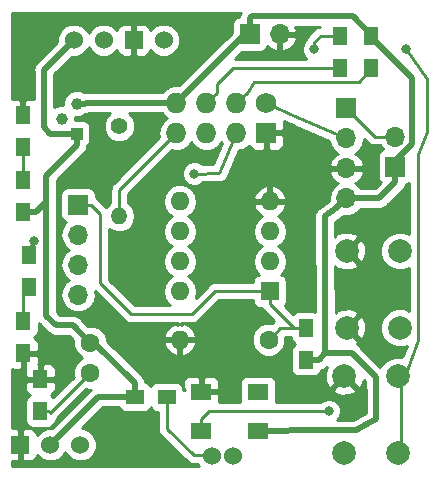
<source format=gbr>
G04 #@! TF.GenerationSoftware,KiCad,Pcbnew,5.0.0-fee4fd1~66~ubuntu16.04.1*
G04 #@! TF.CreationDate,2018-08-17T12:07:40+02:00*
G04 #@! TF.ProjectId,Garden_Guardian,47617264656E5F477561726469616E2E,rev?*
G04 #@! TF.SameCoordinates,Original*
G04 #@! TF.FileFunction,Copper,L1,Top,Signal*
G04 #@! TF.FilePolarity,Positive*
%FSLAX46Y46*%
G04 Gerber Fmt 4.6, Leading zero omitted, Abs format (unit mm)*
G04 Created by KiCad (PCBNEW 5.0.0-fee4fd1~66~ubuntu16.04.1) date Fri Aug 17 12:07:40 2018*
%MOMM*%
%LPD*%
G01*
G04 APERTURE LIST*
G04 #@! TA.AperFunction,ComponentPad*
%ADD10C,1.524000*%
G04 #@! TD*
G04 #@! TA.AperFunction,ComponentPad*
%ADD11R,1.524000X1.524000*%
G04 #@! TD*
G04 #@! TA.AperFunction,ComponentPad*
%ADD12O,1.600000X1.600000*%
G04 #@! TD*
G04 #@! TA.AperFunction,ComponentPad*
%ADD13C,1.600000*%
G04 #@! TD*
G04 #@! TA.AperFunction,ComponentPad*
%ADD14O,1.700000X1.700000*%
G04 #@! TD*
G04 #@! TA.AperFunction,ComponentPad*
%ADD15R,1.700000X1.700000*%
G04 #@! TD*
G04 #@! TA.AperFunction,ComponentPad*
%ADD16R,1.000000X1.000000*%
G04 #@! TD*
G04 #@! TA.AperFunction,ComponentPad*
%ADD17C,1.000000*%
G04 #@! TD*
G04 #@! TA.AperFunction,ComponentPad*
%ADD18C,2.000000*%
G04 #@! TD*
G04 #@! TA.AperFunction,ComponentPad*
%ADD19C,1.727200*%
G04 #@! TD*
G04 #@! TA.AperFunction,ComponentPad*
%ADD20R,1.727200X1.727200*%
G04 #@! TD*
G04 #@! TA.AperFunction,ComponentPad*
%ADD21O,1.727200X1.727200*%
G04 #@! TD*
G04 #@! TA.AperFunction,ComponentPad*
%ADD22R,1.600000X1.600000*%
G04 #@! TD*
G04 #@! TA.AperFunction,SMDPad,CuDef*
%ADD23R,1.800000X1.400000*%
G04 #@! TD*
G04 #@! TA.AperFunction,ComponentPad*
%ADD24C,1.400000*%
G04 #@! TD*
G04 #@! TA.AperFunction,ComponentPad*
%ADD25O,1.400000X1.400000*%
G04 #@! TD*
G04 #@! TA.AperFunction,SMDPad,CuDef*
%ADD26R,1.300000X1.500000*%
G04 #@! TD*
G04 #@! TA.AperFunction,SMDPad,CuDef*
%ADD27R,1.500000X1.300000*%
G04 #@! TD*
G04 #@! TA.AperFunction,ViaPad*
%ADD28C,0.800000*%
G04 #@! TD*
G04 #@! TA.AperFunction,Conductor*
%ADD29C,0.250000*%
G04 #@! TD*
G04 #@! TA.AperFunction,Conductor*
%ADD30C,0.500000*%
G04 #@! TD*
G04 #@! TA.AperFunction,Conductor*
%ADD31C,0.254000*%
G04 #@! TD*
G04 APERTURE END LIST*
D10*
G04 #@! TO.P,U103,1*
G04 #@! TO.N,/PWR_ON*
X150320000Y-75696000D03*
G04 #@! TO.P,U103,2*
G04 #@! TO.N,/SDA*
X152860000Y-75696000D03*
D11*
G04 #@! TO.P,U103,3*
G04 #@! TO.N,GND*
X155400000Y-75696000D03*
D10*
G04 #@! TO.P,U103,4*
G04 #@! TO.N,/SCL*
X157940000Y-75696000D03*
G04 #@! TD*
G04 #@! TO.P,U104,1*
G04 #@! TO.N,/RADIO*
X150882000Y-109975000D03*
G04 #@! TO.P,U104,2*
G04 #@! TO.N,/PWR_ON*
X148342000Y-109975000D03*
D11*
G04 #@! TO.P,U104,3*
G04 #@! TO.N,GND*
X145802000Y-109975000D03*
G04 #@! TD*
D12*
G04 #@! TO.P,C101,2*
G04 #@! TO.N,GND*
X159310000Y-101070000D03*
D13*
G04 #@! TO.P,C101,1*
G04 #@! TO.N,/RST*
X166810000Y-101070000D03*
G04 #@! TD*
D14*
G04 #@! TO.P,J101,2*
G04 #@! TO.N,GND*
X167750000Y-75210000D03*
D15*
G04 #@! TO.P,J101,1*
G04 #@! TO.N,VCC*
X165210000Y-75210000D03*
G04 #@! TD*
G04 #@! TO.P,J102,1*
G04 #@! TO.N,/ACTIVADOR*
X173410000Y-81480000D03*
D14*
G04 #@! TO.P,J102,2*
G04 #@! TO.N,/STATUS_LED*
X173410000Y-84020000D03*
G04 #@! TO.P,J102,3*
G04 #@! TO.N,GND*
X173410000Y-86560000D03*
G04 #@! TO.P,J102,4*
G04 #@! TO.N,VCC*
X173410000Y-89100000D03*
G04 #@! TD*
G04 #@! TO.P,J103,4*
G04 #@! TO.N,/SCL*
X150680000Y-97250000D03*
G04 #@! TO.P,J103,3*
G04 #@! TO.N,/RADIO*
X150680000Y-94710000D03*
G04 #@! TO.P,J103,2*
G04 #@! TO.N,/SDA*
X150680000Y-92170000D03*
D15*
G04 #@! TO.P,J103,1*
G04 #@! TO.N,/RST*
X150680000Y-89630000D03*
G04 #@! TD*
D14*
G04 #@! TO.P,JP101,2*
G04 #@! TO.N,/ACTIVADOR*
X177540000Y-83860000D03*
D15*
G04 #@! TO.P,JP101,1*
G04 #@! TO.N,VCC*
X177540000Y-86400000D03*
G04 #@! TD*
D16*
G04 #@! TO.P,Q101,1*
G04 #@! TO.N,/PWR_ON*
X150580000Y-83610000D03*
D17*
G04 #@! TO.P,Q101,3*
G04 #@! TO.N,VCC*
X150580000Y-81070000D03*
G04 #@! TO.P,Q101,2*
G04 #@! TO.N,Net-(Q101-Pad2)*
X149310000Y-82340000D03*
G04 #@! TD*
D18*
G04 #@! TO.P,SW101,1*
G04 #@! TO.N,GND*
X173230000Y-104160000D03*
G04 #@! TO.P,SW101,2*
G04 #@! TO.N,Net-(R101-Pad2)*
X177730000Y-104160000D03*
G04 #@! TO.P,SW101,1*
G04 #@! TO.N,GND*
X173230000Y-110660000D03*
G04 #@! TO.P,SW101,2*
G04 #@! TO.N,Net-(R101-Pad2)*
X177730000Y-110660000D03*
G04 #@! TD*
G04 #@! TO.P,SW102,2*
G04 #@! TO.N,/SCL*
X177920000Y-100050000D03*
G04 #@! TO.P,SW102,1*
G04 #@! TO.N,GND*
X173420000Y-100050000D03*
G04 #@! TO.P,SW102,2*
G04 #@! TO.N,/SCL*
X177920000Y-93550000D03*
G04 #@! TO.P,SW102,1*
G04 #@! TO.N,GND*
X173420000Y-93550000D03*
G04 #@! TD*
D19*
G04 #@! TO.P,U101,5*
G04 #@! TO.N,/STATUS_LED*
X166630000Y-81010000D03*
D20*
G04 #@! TO.P,U101,1*
G04 #@! TO.N,GND*
X166630000Y-83550000D03*
D21*
G04 #@! TO.P,U101,6*
G04 #@! TO.N,Net-(R104-Pad1)*
X164090000Y-81010000D03*
G04 #@! TO.P,U101,2*
G04 #@! TO.N,/SDA*
X164090000Y-83550000D03*
G04 #@! TO.P,U101,7*
G04 #@! TO.N,Net-(R101-Pad1)*
X161550000Y-81010000D03*
G04 #@! TO.P,U101,3*
G04 #@! TO.N,/SCL*
X161550000Y-83550000D03*
G04 #@! TO.P,U101,8*
G04 #@! TO.N,VCC*
X159010000Y-81010000D03*
G04 #@! TO.P,U101,4*
G04 #@! TO.N,/ACTIVADOR*
X159010000Y-83550000D03*
G04 #@! TD*
D12*
G04 #@! TO.P,U102,8*
G04 #@! TO.N,/PWR_ON*
X159300000Y-96970000D03*
G04 #@! TO.P,U102,4*
G04 #@! TO.N,GND*
X166920000Y-89350000D03*
G04 #@! TO.P,U102,7*
G04 #@! TO.N,/SCL*
X159300000Y-94430000D03*
G04 #@! TO.P,U102,3*
G04 #@! TO.N,/LDR*
X166920000Y-91890000D03*
G04 #@! TO.P,U102,6*
G04 #@! TO.N,/RADIO*
X159300000Y-91890000D03*
G04 #@! TO.P,U102,2*
G04 #@! TO.N,/HUMEDAD*
X166920000Y-94430000D03*
G04 #@! TO.P,U102,5*
G04 #@! TO.N,/SDA*
X159300000Y-89350000D03*
D22*
G04 #@! TO.P,U102,1*
G04 #@! TO.N,/RST*
X166920000Y-96970000D03*
G04 #@! TD*
D23*
G04 #@! TO.P,U105,1*
G04 #@! TO.N,VCC*
X165920000Y-108760000D03*
G04 #@! TO.P,U105,2*
G04 #@! TO.N,N/C*
X165920000Y-105460000D03*
G04 #@! TO.P,U105,3*
G04 #@! TO.N,GND*
X161120000Y-105460000D03*
G04 #@! TO.P,U105,4*
G04 #@! TO.N,/STATUS_LED*
X161120000Y-108760000D03*
G04 #@! TD*
D24*
G04 #@! TO.P,R109,1*
G04 #@! TO.N,Net-(Q101-Pad2)*
X154180000Y-83000000D03*
D25*
G04 #@! TO.P,R109,2*
G04 #@! TO.N,/ACTIVADOR*
X154180000Y-90620000D03*
G04 #@! TD*
D26*
G04 #@! TO.P,D101,2*
G04 #@! TO.N,Net-(D101-Pad2)*
X146050000Y-99510000D03*
G04 #@! TO.P,D101,1*
G04 #@! TO.N,GND*
X146050000Y-102210000D03*
G04 #@! TD*
G04 #@! TO.P,D102,1*
G04 #@! TO.N,Net-(D102-Pad1)*
X146010000Y-87520000D03*
G04 #@! TO.P,D102,2*
G04 #@! TO.N,/PWR_ON*
X146010000Y-90220000D03*
G04 #@! TD*
G04 #@! TO.P,R101,2*
G04 #@! TO.N,Net-(R101-Pad2)*
X172880000Y-75330000D03*
G04 #@! TO.P,R101,1*
G04 #@! TO.N,Net-(R101-Pad1)*
X172880000Y-78030000D03*
G04 #@! TD*
D13*
G04 #@! TO.P,R102,2*
G04 #@! TO.N,/LDR*
X151730000Y-103850000D03*
G04 #@! TO.P,R102,1*
G04 #@! TO.N,/PWR_ON*
X151730000Y-101310000D03*
G04 #@! TD*
D26*
G04 #@! TO.P,R103,2*
G04 #@! TO.N,/LDR*
X147490000Y-107110000D03*
G04 #@! TO.P,R103,1*
G04 #@! TO.N,GND*
X147490000Y-104410000D03*
G04 #@! TD*
G04 #@! TO.P,R104,1*
G04 #@! TO.N,Net-(R104-Pad1)*
X175510000Y-78070000D03*
G04 #@! TO.P,R104,2*
G04 #@! TO.N,VCC*
X175510000Y-75370000D03*
G04 #@! TD*
G04 #@! TO.P,R105,1*
G04 #@! TO.N,Net-(D101-Pad2)*
X146570000Y-96620000D03*
G04 #@! TO.P,R105,2*
G04 #@! TO.N,/ACTIVADOR*
X146570000Y-93920000D03*
G04 #@! TD*
G04 #@! TO.P,R106,2*
G04 #@! TO.N,GND*
X145990000Y-82050000D03*
G04 #@! TO.P,R106,1*
G04 #@! TO.N,Net-(D102-Pad1)*
X145990000Y-84750000D03*
G04 #@! TD*
G04 #@! TO.P,R107,2*
G04 #@! TO.N,/RST*
X169970000Y-100070000D03*
G04 #@! TO.P,R107,1*
G04 #@! TO.N,VCC*
X169970000Y-102770000D03*
G04 #@! TD*
D27*
G04 #@! TO.P,R108,1*
G04 #@! TO.N,Net-(R108-Pad1)*
X158190000Y-105910000D03*
G04 #@! TO.P,R108,2*
G04 #@! TO.N,/PWR_ON*
X155490000Y-105910000D03*
G04 #@! TD*
D10*
G04 #@! TO.P,U106,1*
G04 #@! TO.N,/HUMEDAD*
X163799000Y-110908000D03*
G04 #@! TO.P,U106,2*
G04 #@! TO.N,Net-(R108-Pad1)*
X162021000Y-110908000D03*
G04 #@! TD*
D28*
G04 #@! TO.N,/ACTIVADOR*
X146940000Y-92710000D03*
G04 #@! TO.N,/STATUS_LED*
X171930000Y-107090000D03*
G04 #@! TO.N,/SDA*
X160530000Y-87000000D03*
G04 #@! TO.N,Net-(R101-Pad2)*
X170670000Y-76460000D03*
X178460000Y-76480000D03*
G04 #@! TD*
D29*
G04 #@! TO.N,/RST*
X167810000Y-100070000D02*
X169970000Y-100070000D01*
X166810000Y-101070000D02*
X167810000Y-100070000D01*
X168970000Y-100070000D02*
X169070000Y-100070000D01*
X169070000Y-100070000D02*
X169970000Y-100070000D01*
X166920000Y-98020000D02*
X168970000Y-100070000D01*
X166920000Y-96970000D02*
X166920000Y-98020000D01*
X166920000Y-96970000D02*
X162260000Y-96970000D01*
X162260000Y-96970000D02*
X160320000Y-98910000D01*
X160320000Y-98910000D02*
X155190000Y-98910000D01*
X155190000Y-98910000D02*
X152570000Y-96290000D01*
X151780000Y-89630000D02*
X150680000Y-89630000D01*
X152570000Y-90420000D02*
X151780000Y-89630000D01*
X152570000Y-96290000D02*
X152570000Y-90420000D01*
G04 #@! TO.N,Net-(D101-Pad2)*
X146050000Y-96540000D02*
X146030000Y-96520000D01*
X146050000Y-99510000D02*
X146050000Y-96540000D01*
D30*
G04 #@! TO.N,/PWR_ON*
X150580000Y-84610000D02*
X148010000Y-87180000D01*
X150580000Y-83610000D02*
X150580000Y-84610000D01*
X148010000Y-99080000D02*
X148780000Y-99850000D01*
X148010000Y-89370000D02*
X148010000Y-89260000D01*
X147160000Y-90220000D02*
X148010000Y-89370000D01*
X148010000Y-87180000D02*
X148010000Y-89260000D01*
X146010000Y-90220000D02*
X147160000Y-90220000D01*
X148010000Y-89260000D02*
X148010000Y-99080000D01*
X150580000Y-83610000D02*
X148320000Y-83610000D01*
X148320000Y-83610000D02*
X147800000Y-83090000D01*
X147800000Y-78216000D02*
X150320000Y-75696000D01*
X147800000Y-83090000D02*
X147800000Y-78216000D01*
D29*
X159080000Y-97250000D02*
X159140000Y-97310000D01*
D30*
X150270000Y-99850000D02*
X151730000Y-101310000D01*
X148780000Y-99850000D02*
X150270000Y-99850000D01*
X152040000Y-101310000D02*
X151730000Y-101310000D01*
X155490000Y-104760000D02*
X152040000Y-101310000D01*
X155490000Y-105910000D02*
X155490000Y-104760000D01*
X152407000Y-105910000D02*
X155490000Y-105910000D01*
X148342000Y-109975000D02*
X152407000Y-105910000D01*
G04 #@! TO.N,VCC*
X176190000Y-89100000D02*
X177540000Y-87750000D01*
X173410000Y-89100000D02*
X176190000Y-89100000D01*
X164810000Y-75210000D02*
X165210000Y-75210000D01*
X159010000Y-81010000D02*
X164810000Y-75210000D01*
X155634000Y-81010000D02*
X159010000Y-81010000D01*
X151287106Y-81070000D02*
X151347106Y-81010000D01*
X151347106Y-81010000D02*
X155634000Y-81010000D01*
X150580000Y-81070000D02*
X151287106Y-81070000D01*
X175470000Y-75330000D02*
X175510000Y-75370000D01*
X165210000Y-75210000D02*
X165210000Y-74990000D01*
X177540000Y-86400000D02*
X177540000Y-87750000D01*
X172560001Y-89949999D02*
X173410000Y-89100000D01*
X169970000Y-102770000D02*
X171120000Y-102770000D01*
X171120000Y-102770000D02*
X171620000Y-102230000D01*
X171620000Y-102230000D02*
X171580000Y-90620000D01*
X171580000Y-90620000D02*
X172560001Y-89949999D01*
X175510000Y-75270000D02*
X173920000Y-73680000D01*
X175510000Y-75370000D02*
X175510000Y-75270000D01*
X165210000Y-73860000D02*
X165210000Y-75210000D01*
X165390000Y-73680000D02*
X165210000Y-73860000D01*
X173920000Y-73680000D02*
X165390000Y-73680000D01*
X177540000Y-86400000D02*
X177540000Y-85955373D01*
X177540000Y-85955373D02*
X178965403Y-84529970D01*
X175510000Y-75470000D02*
X175510000Y-75370000D01*
X178965403Y-78925403D02*
X175510000Y-75470000D01*
X178965403Y-84529970D02*
X178965403Y-78925403D01*
X173890000Y-102230000D02*
X171620000Y-102230000D01*
X175880000Y-104220000D02*
X173890000Y-102230000D01*
X175880000Y-105085998D02*
X175880000Y-104220000D01*
X175910000Y-105115998D02*
X175880000Y-105085998D01*
X165920000Y-108760000D02*
X166120000Y-108760000D01*
X166120000Y-108760000D02*
X170880000Y-108750000D01*
X170880000Y-108750000D02*
X174190000Y-108750000D01*
X175930000Y-107780000D02*
X175910000Y-105115998D01*
X174190000Y-108750000D02*
X175930000Y-107780000D01*
D29*
G04 #@! TO.N,/ACTIVADOR*
X175790000Y-83860000D02*
X173410000Y-81480000D01*
X177540000Y-83860000D02*
X175790000Y-83860000D01*
X154180000Y-88380000D02*
X159010000Y-83550000D01*
X154180000Y-90620000D02*
X154180000Y-88380000D01*
X146620000Y-93230000D02*
X146180000Y-93450000D01*
X146180000Y-93450000D02*
X146030000Y-93820000D01*
X146940000Y-92710000D02*
X146620000Y-93230000D01*
G04 #@! TO.N,/STATUS_LED*
X169240000Y-82240000D02*
X173410000Y-84020000D01*
X166630000Y-81010000D02*
X169240000Y-82240000D01*
X161120000Y-107810000D02*
X161120000Y-108760000D01*
X170660000Y-107130000D02*
X161800000Y-107130000D01*
X161800000Y-107130000D02*
X161120000Y-107810000D01*
X171930000Y-107090000D02*
X170660000Y-107130000D01*
G04 #@! TO.N,/RADIO*
X150740000Y-94770000D02*
X150680000Y-94710000D01*
X159080000Y-92170000D02*
X159140000Y-92230000D01*
G04 #@! TO.N,/SDA*
X162630000Y-86970000D02*
X164090000Y-83550000D01*
X160530000Y-87000000D02*
X162630000Y-86970000D01*
G04 #@! TO.N,Net-(R101-Pad1)*
X162413599Y-80146401D02*
X162413599Y-79416401D01*
X161550000Y-81010000D02*
X162413599Y-80146401D01*
X163800000Y-78030000D02*
X172880000Y-78030000D01*
X162413599Y-79416401D02*
X163800000Y-78030000D01*
G04 #@! TO.N,/LDR*
X148330000Y-107250000D02*
X151730000Y-103850000D01*
X148190000Y-107110000D02*
X148330000Y-107250000D01*
X147490000Y-107110000D02*
X148190000Y-107110000D01*
G04 #@! TO.N,Net-(R104-Pad1)*
X175510000Y-78170000D02*
X175510000Y-78070000D01*
X164090000Y-81010000D02*
X164953599Y-80146401D01*
X164953599Y-80146401D02*
X165570000Y-79230000D01*
X165570000Y-79230000D02*
X174443599Y-79236401D01*
X174443599Y-79236401D02*
X175510000Y-78170000D01*
G04 #@! TO.N,Net-(R108-Pad1)*
X160530000Y-110840000D02*
X162120000Y-110860000D01*
X158190000Y-108587000D02*
X160530000Y-110840000D01*
X158190000Y-105910000D02*
X158190000Y-108587000D01*
G04 #@! TO.N,Net-(D102-Pad1)*
X146010000Y-84770000D02*
X145990000Y-84750000D01*
X146010000Y-87520000D02*
X146010000Y-84770000D01*
G04 #@! TO.N,Net-(R101-Pad2)*
X178040000Y-111540000D02*
X178040000Y-105040000D01*
X171980000Y-75330000D02*
X172880000Y-75330000D01*
X171234315Y-75330000D02*
X171980000Y-75330000D01*
X170670000Y-75894315D02*
X171234315Y-75330000D01*
X170670000Y-76460000D02*
X170670000Y-75894315D01*
X179490000Y-101130000D02*
X178040000Y-105040000D01*
X178460000Y-76480000D02*
X180200000Y-78970000D01*
X180200000Y-78970000D02*
X180200000Y-83490000D01*
X180200000Y-83490000D02*
X179490000Y-85320000D01*
X179490000Y-85320000D02*
X179490000Y-101130000D01*
G04 #@! TD*
D31*
G04 #@! TO.N,GND*
G36*
X147371952Y-99718049D02*
X147445845Y-99767423D01*
X148092577Y-100414156D01*
X148141951Y-100488049D01*
X148215844Y-100537423D01*
X148215845Y-100537424D01*
X148287838Y-100585528D01*
X148434690Y-100683652D01*
X148692835Y-100735000D01*
X148692839Y-100735000D01*
X148779999Y-100752337D01*
X148867159Y-100735000D01*
X149903422Y-100735000D01*
X150295000Y-101126578D01*
X150295000Y-101595439D01*
X150513466Y-102122862D01*
X150917138Y-102526534D01*
X151046216Y-102580000D01*
X150917138Y-102633466D01*
X150513466Y-103037138D01*
X150295000Y-103564561D01*
X150295000Y-104135439D01*
X150316896Y-104188302D01*
X148599891Y-105905307D01*
X148597809Y-105902191D01*
X148387765Y-105761843D01*
X148359791Y-105756279D01*
X148499699Y-105698327D01*
X148678327Y-105519698D01*
X148775000Y-105286309D01*
X148775000Y-104695750D01*
X148616250Y-104537000D01*
X147617000Y-104537000D01*
X147617000Y-104557000D01*
X147363000Y-104557000D01*
X147363000Y-104537000D01*
X146363750Y-104537000D01*
X146205000Y-104695750D01*
X146205000Y-105286309D01*
X146301673Y-105519698D01*
X146480301Y-105698327D01*
X146620209Y-105756279D01*
X146592235Y-105761843D01*
X146382191Y-105902191D01*
X146241843Y-106112235D01*
X146192560Y-106360000D01*
X146192560Y-107860000D01*
X146241843Y-108107765D01*
X146382191Y-108317809D01*
X146592235Y-108458157D01*
X146840000Y-108507440D01*
X148140000Y-108507440D01*
X148387765Y-108458157D01*
X148597809Y-108317809D01*
X148738157Y-108107765D01*
X148787440Y-107860000D01*
X148787440Y-107858392D01*
X148877929Y-107797929D01*
X148920330Y-107734471D01*
X151391698Y-105263104D01*
X151444561Y-105285000D01*
X151760232Y-105285000D01*
X151719577Y-105345844D01*
X148487422Y-108578000D01*
X148064119Y-108578000D01*
X147550663Y-108790680D01*
X147199000Y-109142343D01*
X147199000Y-109086690D01*
X147102327Y-108853301D01*
X146923698Y-108674673D01*
X146690309Y-108578000D01*
X146087750Y-108578000D01*
X145929000Y-108736750D01*
X145929000Y-109848000D01*
X145949000Y-109848000D01*
X145949000Y-110102000D01*
X145929000Y-110102000D01*
X145929000Y-111213250D01*
X146087750Y-111372000D01*
X146690309Y-111372000D01*
X146923698Y-111275327D01*
X147102327Y-111096699D01*
X147199000Y-110863310D01*
X147199000Y-110807657D01*
X147550663Y-111159320D01*
X148064119Y-111372000D01*
X148619881Y-111372000D01*
X149133337Y-111159320D01*
X149526320Y-110766337D01*
X149612000Y-110559487D01*
X149697680Y-110766337D01*
X150090663Y-111159320D01*
X150604119Y-111372000D01*
X151159881Y-111372000D01*
X151673337Y-111159320D01*
X152066320Y-110766337D01*
X152279000Y-110252881D01*
X152279000Y-109697119D01*
X152066320Y-109183663D01*
X151673337Y-108790680D01*
X151159881Y-108578000D01*
X150990578Y-108578000D01*
X152773579Y-106795000D01*
X154139304Y-106795000D01*
X154141843Y-106807765D01*
X154282191Y-107017809D01*
X154492235Y-107158157D01*
X154740000Y-107207440D01*
X156240000Y-107207440D01*
X156487765Y-107158157D01*
X156697809Y-107017809D01*
X156838157Y-106807765D01*
X156840000Y-106798500D01*
X156841843Y-106807765D01*
X156982191Y-107017809D01*
X157192235Y-107158157D01*
X157430000Y-107205451D01*
X157430001Y-108519408D01*
X157415251Y-108601675D01*
X157446010Y-108742334D01*
X157474097Y-108883537D01*
X157478245Y-108889746D01*
X157479841Y-108897042D01*
X157562092Y-109015230D01*
X157642072Y-109134929D01*
X157711565Y-109181363D01*
X159940226Y-111327164D01*
X159975223Y-111380994D01*
X160048095Y-111431022D01*
X160056794Y-111439398D01*
X160109735Y-111473340D01*
X160224483Y-111552117D01*
X160236624Y-111554691D01*
X160247074Y-111561391D01*
X160384079Y-111585955D01*
X160445595Y-111598998D01*
X160457672Y-111599150D01*
X160544675Y-111614749D01*
X160607396Y-111601033D01*
X160796949Y-111603418D01*
X160836680Y-111699337D01*
X160897855Y-111760512D01*
X145114482Y-111764814D01*
X145114185Y-111372000D01*
X145516250Y-111372000D01*
X145675000Y-111213250D01*
X145675000Y-110102000D01*
X145655000Y-110102000D01*
X145655000Y-109848000D01*
X145675000Y-109848000D01*
X145675000Y-108736750D01*
X145516250Y-108578000D01*
X145112075Y-108578000D01*
X145108260Y-103526476D01*
X145273690Y-103595000D01*
X145764250Y-103595000D01*
X145923000Y-103436250D01*
X145923000Y-102337000D01*
X146177000Y-102337000D01*
X146177000Y-103436250D01*
X146225339Y-103484589D01*
X146205000Y-103533691D01*
X146205000Y-104124250D01*
X146363750Y-104283000D01*
X147363000Y-104283000D01*
X147363000Y-103183750D01*
X147617000Y-103183750D01*
X147617000Y-104283000D01*
X148616250Y-104283000D01*
X148775000Y-104124250D01*
X148775000Y-103533691D01*
X148678327Y-103300302D01*
X148499699Y-103121673D01*
X148266310Y-103025000D01*
X147775750Y-103025000D01*
X147617000Y-103183750D01*
X147363000Y-103183750D01*
X147314661Y-103135411D01*
X147335000Y-103086309D01*
X147335000Y-102495750D01*
X147176250Y-102337000D01*
X146177000Y-102337000D01*
X145923000Y-102337000D01*
X145903000Y-102337000D01*
X145903000Y-102083000D01*
X145923000Y-102083000D01*
X145923000Y-102063000D01*
X146177000Y-102063000D01*
X146177000Y-102083000D01*
X147176250Y-102083000D01*
X147335000Y-101924250D01*
X147335000Y-101333691D01*
X147238327Y-101100302D01*
X147059699Y-100921673D01*
X146919791Y-100863721D01*
X146947765Y-100858157D01*
X147157809Y-100717809D01*
X147298157Y-100507765D01*
X147347440Y-100260000D01*
X147347440Y-99681364D01*
X147371952Y-99718049D01*
X147371952Y-99718049D01*
G37*
X147371952Y-99718049D02*
X147445845Y-99767423D01*
X148092577Y-100414156D01*
X148141951Y-100488049D01*
X148215844Y-100537423D01*
X148215845Y-100537424D01*
X148287838Y-100585528D01*
X148434690Y-100683652D01*
X148692835Y-100735000D01*
X148692839Y-100735000D01*
X148779999Y-100752337D01*
X148867159Y-100735000D01*
X149903422Y-100735000D01*
X150295000Y-101126578D01*
X150295000Y-101595439D01*
X150513466Y-102122862D01*
X150917138Y-102526534D01*
X151046216Y-102580000D01*
X150917138Y-102633466D01*
X150513466Y-103037138D01*
X150295000Y-103564561D01*
X150295000Y-104135439D01*
X150316896Y-104188302D01*
X148599891Y-105905307D01*
X148597809Y-105902191D01*
X148387765Y-105761843D01*
X148359791Y-105756279D01*
X148499699Y-105698327D01*
X148678327Y-105519698D01*
X148775000Y-105286309D01*
X148775000Y-104695750D01*
X148616250Y-104537000D01*
X147617000Y-104537000D01*
X147617000Y-104557000D01*
X147363000Y-104557000D01*
X147363000Y-104537000D01*
X146363750Y-104537000D01*
X146205000Y-104695750D01*
X146205000Y-105286309D01*
X146301673Y-105519698D01*
X146480301Y-105698327D01*
X146620209Y-105756279D01*
X146592235Y-105761843D01*
X146382191Y-105902191D01*
X146241843Y-106112235D01*
X146192560Y-106360000D01*
X146192560Y-107860000D01*
X146241843Y-108107765D01*
X146382191Y-108317809D01*
X146592235Y-108458157D01*
X146840000Y-108507440D01*
X148140000Y-108507440D01*
X148387765Y-108458157D01*
X148597809Y-108317809D01*
X148738157Y-108107765D01*
X148787440Y-107860000D01*
X148787440Y-107858392D01*
X148877929Y-107797929D01*
X148920330Y-107734471D01*
X151391698Y-105263104D01*
X151444561Y-105285000D01*
X151760232Y-105285000D01*
X151719577Y-105345844D01*
X148487422Y-108578000D01*
X148064119Y-108578000D01*
X147550663Y-108790680D01*
X147199000Y-109142343D01*
X147199000Y-109086690D01*
X147102327Y-108853301D01*
X146923698Y-108674673D01*
X146690309Y-108578000D01*
X146087750Y-108578000D01*
X145929000Y-108736750D01*
X145929000Y-109848000D01*
X145949000Y-109848000D01*
X145949000Y-110102000D01*
X145929000Y-110102000D01*
X145929000Y-111213250D01*
X146087750Y-111372000D01*
X146690309Y-111372000D01*
X146923698Y-111275327D01*
X147102327Y-111096699D01*
X147199000Y-110863310D01*
X147199000Y-110807657D01*
X147550663Y-111159320D01*
X148064119Y-111372000D01*
X148619881Y-111372000D01*
X149133337Y-111159320D01*
X149526320Y-110766337D01*
X149612000Y-110559487D01*
X149697680Y-110766337D01*
X150090663Y-111159320D01*
X150604119Y-111372000D01*
X151159881Y-111372000D01*
X151673337Y-111159320D01*
X152066320Y-110766337D01*
X152279000Y-110252881D01*
X152279000Y-109697119D01*
X152066320Y-109183663D01*
X151673337Y-108790680D01*
X151159881Y-108578000D01*
X150990578Y-108578000D01*
X152773579Y-106795000D01*
X154139304Y-106795000D01*
X154141843Y-106807765D01*
X154282191Y-107017809D01*
X154492235Y-107158157D01*
X154740000Y-107207440D01*
X156240000Y-107207440D01*
X156487765Y-107158157D01*
X156697809Y-107017809D01*
X156838157Y-106807765D01*
X156840000Y-106798500D01*
X156841843Y-106807765D01*
X156982191Y-107017809D01*
X157192235Y-107158157D01*
X157430000Y-107205451D01*
X157430001Y-108519408D01*
X157415251Y-108601675D01*
X157446010Y-108742334D01*
X157474097Y-108883537D01*
X157478245Y-108889746D01*
X157479841Y-108897042D01*
X157562092Y-109015230D01*
X157642072Y-109134929D01*
X157711565Y-109181363D01*
X159940226Y-111327164D01*
X159975223Y-111380994D01*
X160048095Y-111431022D01*
X160056794Y-111439398D01*
X160109735Y-111473340D01*
X160224483Y-111552117D01*
X160236624Y-111554691D01*
X160247074Y-111561391D01*
X160384079Y-111585955D01*
X160445595Y-111598998D01*
X160457672Y-111599150D01*
X160544675Y-111614749D01*
X160607396Y-111601033D01*
X160796949Y-111603418D01*
X160836680Y-111699337D01*
X160897855Y-111760512D01*
X145114482Y-111764814D01*
X145114185Y-111372000D01*
X145516250Y-111372000D01*
X145675000Y-111213250D01*
X145675000Y-110102000D01*
X145655000Y-110102000D01*
X145655000Y-109848000D01*
X145675000Y-109848000D01*
X145675000Y-108736750D01*
X145516250Y-108578000D01*
X145112075Y-108578000D01*
X145108260Y-103526476D01*
X145273690Y-103595000D01*
X145764250Y-103595000D01*
X145923000Y-103436250D01*
X145923000Y-102337000D01*
X146177000Y-102337000D01*
X146177000Y-103436250D01*
X146225339Y-103484589D01*
X146205000Y-103533691D01*
X146205000Y-104124250D01*
X146363750Y-104283000D01*
X147363000Y-104283000D01*
X147363000Y-103183750D01*
X147617000Y-103183750D01*
X147617000Y-104283000D01*
X148616250Y-104283000D01*
X148775000Y-104124250D01*
X148775000Y-103533691D01*
X148678327Y-103300302D01*
X148499699Y-103121673D01*
X148266310Y-103025000D01*
X147775750Y-103025000D01*
X147617000Y-103183750D01*
X147363000Y-103183750D01*
X147314661Y-103135411D01*
X147335000Y-103086309D01*
X147335000Y-102495750D01*
X147176250Y-102337000D01*
X146177000Y-102337000D01*
X145923000Y-102337000D01*
X145903000Y-102337000D01*
X145903000Y-102083000D01*
X145923000Y-102083000D01*
X145923000Y-102063000D01*
X146177000Y-102063000D01*
X146177000Y-102083000D01*
X147176250Y-102083000D01*
X147335000Y-101924250D01*
X147335000Y-101333691D01*
X147238327Y-101100302D01*
X147059699Y-100921673D01*
X146919791Y-100863721D01*
X146947765Y-100858157D01*
X147157809Y-100717809D01*
X147298157Y-100507765D01*
X147347440Y-100260000D01*
X147347440Y-99681364D01*
X147371952Y-99718049D01*
G36*
X173423748Y-110645858D02*
X173409605Y-110660000D01*
X173423748Y-110674143D01*
X173244143Y-110853748D01*
X173230000Y-110839605D01*
X173215858Y-110853748D01*
X173036253Y-110674143D01*
X173050395Y-110660000D01*
X173036253Y-110645858D01*
X173215858Y-110466253D01*
X173230000Y-110480395D01*
X173244143Y-110466253D01*
X173423748Y-110645858D01*
X173423748Y-110645858D01*
G37*
X173423748Y-110645858D02*
X173409605Y-110660000D01*
X173423748Y-110674143D01*
X173244143Y-110853748D01*
X173230000Y-110839605D01*
X173215858Y-110853748D01*
X173036253Y-110674143D01*
X173050395Y-110660000D01*
X173036253Y-110645858D01*
X173215858Y-110466253D01*
X173230000Y-110480395D01*
X173244143Y-110466253D01*
X173423748Y-110645858D01*
G36*
X153048242Y-82243783D02*
X152845000Y-82734452D01*
X152845000Y-83265548D01*
X153048242Y-83756217D01*
X153423783Y-84131758D01*
X153914452Y-84335000D01*
X154445548Y-84335000D01*
X154936217Y-84131758D01*
X155311758Y-83756217D01*
X155515000Y-83265548D01*
X155515000Y-82734452D01*
X155311758Y-82243783D01*
X154962975Y-81895000D01*
X157798988Y-81895000D01*
X157929570Y-82090430D01*
X158213281Y-82280000D01*
X157929570Y-82469570D01*
X157598350Y-82965275D01*
X157482041Y-83550000D01*
X157557225Y-83927974D01*
X153695528Y-87789671D01*
X153632072Y-87832071D01*
X153589672Y-87895527D01*
X153589671Y-87895528D01*
X153466831Y-88079371D01*
X153464097Y-88083463D01*
X153441392Y-88197611D01*
X153405112Y-88380000D01*
X153420001Y-88454852D01*
X153420000Y-89522225D01*
X153217519Y-89657519D01*
X153087670Y-89851852D01*
X153054473Y-89829671D01*
X152370331Y-89145530D01*
X152327929Y-89082071D01*
X152177440Y-88981517D01*
X152177440Y-88780000D01*
X152128157Y-88532235D01*
X151987809Y-88322191D01*
X151777765Y-88181843D01*
X151530000Y-88132560D01*
X149830000Y-88132560D01*
X149582235Y-88181843D01*
X149372191Y-88322191D01*
X149231843Y-88532235D01*
X149182560Y-88780000D01*
X149182560Y-90480000D01*
X149231843Y-90727765D01*
X149372191Y-90937809D01*
X149582235Y-91078157D01*
X149627619Y-91087184D01*
X149609375Y-91099375D01*
X149281161Y-91590582D01*
X149165908Y-92170000D01*
X149281161Y-92749418D01*
X149609375Y-93240625D01*
X149907761Y-93440000D01*
X149609375Y-93639375D01*
X149281161Y-94130582D01*
X149165908Y-94710000D01*
X149281161Y-95289418D01*
X149609375Y-95780625D01*
X149907761Y-95980000D01*
X149609375Y-96179375D01*
X149281161Y-96670582D01*
X149165908Y-97250000D01*
X149281161Y-97829418D01*
X149609375Y-98320625D01*
X150100582Y-98648839D01*
X150533744Y-98735000D01*
X150826256Y-98735000D01*
X151259418Y-98648839D01*
X151750625Y-98320625D01*
X152078839Y-97829418D01*
X152194092Y-97250000D01*
X152129259Y-96924060D01*
X154599671Y-99394473D01*
X154642071Y-99457929D01*
X154893463Y-99625904D01*
X155115148Y-99670000D01*
X155115152Y-99670000D01*
X155190000Y-99684888D01*
X155264848Y-99670000D01*
X159182998Y-99670000D01*
X159182998Y-99799370D01*
X158960959Y-99678086D01*
X158454866Y-99917611D01*
X158078959Y-100332577D01*
X157918096Y-100720961D01*
X158040085Y-100943000D01*
X159183000Y-100943000D01*
X159183000Y-100923000D01*
X159437000Y-100923000D01*
X159437000Y-100943000D01*
X160579915Y-100943000D01*
X160701904Y-100720961D01*
X160541041Y-100332577D01*
X160165134Y-99917611D01*
X159659041Y-99678086D01*
X159437002Y-99799370D01*
X159437002Y-99670000D01*
X160245153Y-99670000D01*
X160320000Y-99684888D01*
X160394847Y-99670000D01*
X160394852Y-99670000D01*
X160616537Y-99625904D01*
X160867929Y-99457929D01*
X160910331Y-99394470D01*
X162574803Y-97730000D01*
X165472560Y-97730000D01*
X165472560Y-97770000D01*
X165521843Y-98017765D01*
X165662191Y-98227809D01*
X165872235Y-98368157D01*
X166120000Y-98417440D01*
X166271518Y-98417440D01*
X166278671Y-98428144D01*
X166372072Y-98567929D01*
X166435528Y-98610329D01*
X167313144Y-99487945D01*
X167262071Y-99522071D01*
X167219671Y-99585527D01*
X167148302Y-99656896D01*
X167095439Y-99635000D01*
X166524561Y-99635000D01*
X165997138Y-99853466D01*
X165593466Y-100257138D01*
X165375000Y-100784561D01*
X165375000Y-101355439D01*
X165593466Y-101882862D01*
X165997138Y-102286534D01*
X166524561Y-102505000D01*
X167095439Y-102505000D01*
X167622862Y-102286534D01*
X168026534Y-101882862D01*
X168245000Y-101355439D01*
X168245000Y-100830000D01*
X168674549Y-100830000D01*
X168721843Y-101067765D01*
X168862191Y-101277809D01*
X169072235Y-101418157D01*
X169081500Y-101420000D01*
X169072235Y-101421843D01*
X168862191Y-101562191D01*
X168721843Y-101772235D01*
X168672560Y-102020000D01*
X168672560Y-103520000D01*
X168721843Y-103767765D01*
X168862191Y-103977809D01*
X169072235Y-104118157D01*
X169320000Y-104167440D01*
X170620000Y-104167440D01*
X170867765Y-104118157D01*
X171077809Y-103977809D01*
X171218157Y-103767765D01*
X171241397Y-103650927D01*
X171309308Y-103634683D01*
X171465310Y-103603652D01*
X171479962Y-103593862D01*
X171497094Y-103589764D01*
X171625815Y-103496405D01*
X171758049Y-103408049D01*
X171774092Y-103384039D01*
X171584092Y-103895461D01*
X171608144Y-104545460D01*
X171810613Y-105034264D01*
X172077468Y-105132927D01*
X173050395Y-104160000D01*
X173036253Y-104145858D01*
X173215858Y-103966253D01*
X173230000Y-103980395D01*
X173244143Y-103966253D01*
X173423748Y-104145858D01*
X173409605Y-104160000D01*
X174382532Y-105132927D01*
X174649387Y-105034264D01*
X174864274Y-104455853D01*
X174995001Y-104586579D01*
X174995000Y-104998837D01*
X174977663Y-105085998D01*
X174995000Y-105173159D01*
X174995000Y-105173162D01*
X175026597Y-105332013D01*
X175041089Y-107262315D01*
X173959983Y-107865000D01*
X172618711Y-107865000D01*
X172807431Y-107676280D01*
X172965000Y-107295874D01*
X172965000Y-106884126D01*
X172807431Y-106503720D01*
X172516280Y-106212569D01*
X172135874Y-106055000D01*
X171724126Y-106055000D01*
X171343720Y-106212569D01*
X171203792Y-106352497D01*
X170648064Y-106370000D01*
X167425669Y-106370000D01*
X167467440Y-106160000D01*
X167467440Y-105312532D01*
X172257073Y-105312532D01*
X172355736Y-105579387D01*
X172965461Y-105805908D01*
X173615460Y-105781856D01*
X174104264Y-105579387D01*
X174202927Y-105312532D01*
X173230000Y-104339605D01*
X172257073Y-105312532D01*
X167467440Y-105312532D01*
X167467440Y-104760000D01*
X167418157Y-104512235D01*
X167277809Y-104302191D01*
X167067765Y-104161843D01*
X166820000Y-104112560D01*
X165020000Y-104112560D01*
X164772235Y-104161843D01*
X164562191Y-104302191D01*
X164421843Y-104512235D01*
X164372560Y-104760000D01*
X164372560Y-106160000D01*
X164414331Y-106370000D01*
X162620334Y-106370000D01*
X162655000Y-106286309D01*
X162655000Y-105745750D01*
X162496250Y-105587000D01*
X161247000Y-105587000D01*
X161247000Y-105607000D01*
X160993000Y-105607000D01*
X160993000Y-105587000D01*
X160973000Y-105587000D01*
X160973000Y-105333000D01*
X160993000Y-105333000D01*
X160993000Y-104283750D01*
X161247000Y-104283750D01*
X161247000Y-105333000D01*
X162496250Y-105333000D01*
X162655000Y-105174250D01*
X162655000Y-104633691D01*
X162558327Y-104400302D01*
X162379699Y-104221673D01*
X162146310Y-104125000D01*
X161405750Y-104125000D01*
X161247000Y-104283750D01*
X160993000Y-104283750D01*
X160834250Y-104125000D01*
X160093690Y-104125000D01*
X159860301Y-104221673D01*
X159681673Y-104400302D01*
X159585000Y-104633691D01*
X159585000Y-105174250D01*
X159743748Y-105332998D01*
X159587440Y-105332998D01*
X159587440Y-105260000D01*
X159538157Y-105012235D01*
X159397809Y-104802191D01*
X159187765Y-104661843D01*
X158940000Y-104612560D01*
X157440000Y-104612560D01*
X157192235Y-104661843D01*
X156982191Y-104802191D01*
X156841843Y-105012235D01*
X156840000Y-105021500D01*
X156838157Y-105012235D01*
X156697809Y-104802191D01*
X156487765Y-104661843D01*
X156368078Y-104638036D01*
X156323652Y-104414690D01*
X156273482Y-104339605D01*
X156177424Y-104195845D01*
X156177423Y-104195844D01*
X156128049Y-104121951D01*
X156054156Y-104072577D01*
X153400618Y-101419039D01*
X157918096Y-101419039D01*
X158078959Y-101807423D01*
X158454866Y-102222389D01*
X158960959Y-102461914D01*
X159183000Y-102340629D01*
X159183000Y-101197000D01*
X159437000Y-101197000D01*
X159437000Y-102340629D01*
X159659041Y-102461914D01*
X160165134Y-102222389D01*
X160541041Y-101807423D01*
X160701904Y-101419039D01*
X160579915Y-101197000D01*
X159437000Y-101197000D01*
X159183000Y-101197000D01*
X158040085Y-101197000D01*
X157918096Y-101419039D01*
X153400618Y-101419039D01*
X153165000Y-101183422D01*
X153165000Y-101024561D01*
X152946534Y-100497138D01*
X152542862Y-100093466D01*
X152015439Y-99875000D01*
X151546578Y-99875000D01*
X150957425Y-99285847D01*
X150908049Y-99211951D01*
X150615310Y-99016348D01*
X150357165Y-98965000D01*
X150357161Y-98965000D01*
X150270000Y-98947663D01*
X150182839Y-98965000D01*
X149146579Y-98965000D01*
X148895000Y-98713422D01*
X148895000Y-89457161D01*
X148912337Y-89370000D01*
X148895000Y-89282839D01*
X148895000Y-87546578D01*
X151144156Y-85297423D01*
X151218049Y-85248049D01*
X151413652Y-84955310D01*
X151465000Y-84697165D01*
X151465000Y-84697161D01*
X151482337Y-84610000D01*
X151481437Y-84605476D01*
X151537809Y-84567809D01*
X151678157Y-84357765D01*
X151727440Y-84110000D01*
X151727440Y-83110000D01*
X151678157Y-82862235D01*
X151537809Y-82652191D01*
X151327765Y-82511843D01*
X151080000Y-82462560D01*
X150445000Y-82462560D01*
X150445000Y-82205000D01*
X150805766Y-82205000D01*
X151222926Y-82032207D01*
X151283511Y-81971622D01*
X151287106Y-81972337D01*
X151374267Y-81955000D01*
X151374271Y-81955000D01*
X151632416Y-81903652D01*
X151645365Y-81895000D01*
X153397025Y-81895000D01*
X153048242Y-82243783D01*
X153048242Y-82243783D01*
G37*
X153048242Y-82243783D02*
X152845000Y-82734452D01*
X152845000Y-83265548D01*
X153048242Y-83756217D01*
X153423783Y-84131758D01*
X153914452Y-84335000D01*
X154445548Y-84335000D01*
X154936217Y-84131758D01*
X155311758Y-83756217D01*
X155515000Y-83265548D01*
X155515000Y-82734452D01*
X155311758Y-82243783D01*
X154962975Y-81895000D01*
X157798988Y-81895000D01*
X157929570Y-82090430D01*
X158213281Y-82280000D01*
X157929570Y-82469570D01*
X157598350Y-82965275D01*
X157482041Y-83550000D01*
X157557225Y-83927974D01*
X153695528Y-87789671D01*
X153632072Y-87832071D01*
X153589672Y-87895527D01*
X153589671Y-87895528D01*
X153466831Y-88079371D01*
X153464097Y-88083463D01*
X153441392Y-88197611D01*
X153405112Y-88380000D01*
X153420001Y-88454852D01*
X153420000Y-89522225D01*
X153217519Y-89657519D01*
X153087670Y-89851852D01*
X153054473Y-89829671D01*
X152370331Y-89145530D01*
X152327929Y-89082071D01*
X152177440Y-88981517D01*
X152177440Y-88780000D01*
X152128157Y-88532235D01*
X151987809Y-88322191D01*
X151777765Y-88181843D01*
X151530000Y-88132560D01*
X149830000Y-88132560D01*
X149582235Y-88181843D01*
X149372191Y-88322191D01*
X149231843Y-88532235D01*
X149182560Y-88780000D01*
X149182560Y-90480000D01*
X149231843Y-90727765D01*
X149372191Y-90937809D01*
X149582235Y-91078157D01*
X149627619Y-91087184D01*
X149609375Y-91099375D01*
X149281161Y-91590582D01*
X149165908Y-92170000D01*
X149281161Y-92749418D01*
X149609375Y-93240625D01*
X149907761Y-93440000D01*
X149609375Y-93639375D01*
X149281161Y-94130582D01*
X149165908Y-94710000D01*
X149281161Y-95289418D01*
X149609375Y-95780625D01*
X149907761Y-95980000D01*
X149609375Y-96179375D01*
X149281161Y-96670582D01*
X149165908Y-97250000D01*
X149281161Y-97829418D01*
X149609375Y-98320625D01*
X150100582Y-98648839D01*
X150533744Y-98735000D01*
X150826256Y-98735000D01*
X151259418Y-98648839D01*
X151750625Y-98320625D01*
X152078839Y-97829418D01*
X152194092Y-97250000D01*
X152129259Y-96924060D01*
X154599671Y-99394473D01*
X154642071Y-99457929D01*
X154893463Y-99625904D01*
X155115148Y-99670000D01*
X155115152Y-99670000D01*
X155190000Y-99684888D01*
X155264848Y-99670000D01*
X159182998Y-99670000D01*
X159182998Y-99799370D01*
X158960959Y-99678086D01*
X158454866Y-99917611D01*
X158078959Y-100332577D01*
X157918096Y-100720961D01*
X158040085Y-100943000D01*
X159183000Y-100943000D01*
X159183000Y-100923000D01*
X159437000Y-100923000D01*
X159437000Y-100943000D01*
X160579915Y-100943000D01*
X160701904Y-100720961D01*
X160541041Y-100332577D01*
X160165134Y-99917611D01*
X159659041Y-99678086D01*
X159437002Y-99799370D01*
X159437002Y-99670000D01*
X160245153Y-99670000D01*
X160320000Y-99684888D01*
X160394847Y-99670000D01*
X160394852Y-99670000D01*
X160616537Y-99625904D01*
X160867929Y-99457929D01*
X160910331Y-99394470D01*
X162574803Y-97730000D01*
X165472560Y-97730000D01*
X165472560Y-97770000D01*
X165521843Y-98017765D01*
X165662191Y-98227809D01*
X165872235Y-98368157D01*
X166120000Y-98417440D01*
X166271518Y-98417440D01*
X166278671Y-98428144D01*
X166372072Y-98567929D01*
X166435528Y-98610329D01*
X167313144Y-99487945D01*
X167262071Y-99522071D01*
X167219671Y-99585527D01*
X167148302Y-99656896D01*
X167095439Y-99635000D01*
X166524561Y-99635000D01*
X165997138Y-99853466D01*
X165593466Y-100257138D01*
X165375000Y-100784561D01*
X165375000Y-101355439D01*
X165593466Y-101882862D01*
X165997138Y-102286534D01*
X166524561Y-102505000D01*
X167095439Y-102505000D01*
X167622862Y-102286534D01*
X168026534Y-101882862D01*
X168245000Y-101355439D01*
X168245000Y-100830000D01*
X168674549Y-100830000D01*
X168721843Y-101067765D01*
X168862191Y-101277809D01*
X169072235Y-101418157D01*
X169081500Y-101420000D01*
X169072235Y-101421843D01*
X168862191Y-101562191D01*
X168721843Y-101772235D01*
X168672560Y-102020000D01*
X168672560Y-103520000D01*
X168721843Y-103767765D01*
X168862191Y-103977809D01*
X169072235Y-104118157D01*
X169320000Y-104167440D01*
X170620000Y-104167440D01*
X170867765Y-104118157D01*
X171077809Y-103977809D01*
X171218157Y-103767765D01*
X171241397Y-103650927D01*
X171309308Y-103634683D01*
X171465310Y-103603652D01*
X171479962Y-103593862D01*
X171497094Y-103589764D01*
X171625815Y-103496405D01*
X171758049Y-103408049D01*
X171774092Y-103384039D01*
X171584092Y-103895461D01*
X171608144Y-104545460D01*
X171810613Y-105034264D01*
X172077468Y-105132927D01*
X173050395Y-104160000D01*
X173036253Y-104145858D01*
X173215858Y-103966253D01*
X173230000Y-103980395D01*
X173244143Y-103966253D01*
X173423748Y-104145858D01*
X173409605Y-104160000D01*
X174382532Y-105132927D01*
X174649387Y-105034264D01*
X174864274Y-104455853D01*
X174995001Y-104586579D01*
X174995000Y-104998837D01*
X174977663Y-105085998D01*
X174995000Y-105173159D01*
X174995000Y-105173162D01*
X175026597Y-105332013D01*
X175041089Y-107262315D01*
X173959983Y-107865000D01*
X172618711Y-107865000D01*
X172807431Y-107676280D01*
X172965000Y-107295874D01*
X172965000Y-106884126D01*
X172807431Y-106503720D01*
X172516280Y-106212569D01*
X172135874Y-106055000D01*
X171724126Y-106055000D01*
X171343720Y-106212569D01*
X171203792Y-106352497D01*
X170648064Y-106370000D01*
X167425669Y-106370000D01*
X167467440Y-106160000D01*
X167467440Y-105312532D01*
X172257073Y-105312532D01*
X172355736Y-105579387D01*
X172965461Y-105805908D01*
X173615460Y-105781856D01*
X174104264Y-105579387D01*
X174202927Y-105312532D01*
X173230000Y-104339605D01*
X172257073Y-105312532D01*
X167467440Y-105312532D01*
X167467440Y-104760000D01*
X167418157Y-104512235D01*
X167277809Y-104302191D01*
X167067765Y-104161843D01*
X166820000Y-104112560D01*
X165020000Y-104112560D01*
X164772235Y-104161843D01*
X164562191Y-104302191D01*
X164421843Y-104512235D01*
X164372560Y-104760000D01*
X164372560Y-106160000D01*
X164414331Y-106370000D01*
X162620334Y-106370000D01*
X162655000Y-106286309D01*
X162655000Y-105745750D01*
X162496250Y-105587000D01*
X161247000Y-105587000D01*
X161247000Y-105607000D01*
X160993000Y-105607000D01*
X160993000Y-105587000D01*
X160973000Y-105587000D01*
X160973000Y-105333000D01*
X160993000Y-105333000D01*
X160993000Y-104283750D01*
X161247000Y-104283750D01*
X161247000Y-105333000D01*
X162496250Y-105333000D01*
X162655000Y-105174250D01*
X162655000Y-104633691D01*
X162558327Y-104400302D01*
X162379699Y-104221673D01*
X162146310Y-104125000D01*
X161405750Y-104125000D01*
X161247000Y-104283750D01*
X160993000Y-104283750D01*
X160834250Y-104125000D01*
X160093690Y-104125000D01*
X159860301Y-104221673D01*
X159681673Y-104400302D01*
X159585000Y-104633691D01*
X159585000Y-105174250D01*
X159743748Y-105332998D01*
X159587440Y-105332998D01*
X159587440Y-105260000D01*
X159538157Y-105012235D01*
X159397809Y-104802191D01*
X159187765Y-104661843D01*
X158940000Y-104612560D01*
X157440000Y-104612560D01*
X157192235Y-104661843D01*
X156982191Y-104802191D01*
X156841843Y-105012235D01*
X156840000Y-105021500D01*
X156838157Y-105012235D01*
X156697809Y-104802191D01*
X156487765Y-104661843D01*
X156368078Y-104638036D01*
X156323652Y-104414690D01*
X156273482Y-104339605D01*
X156177424Y-104195845D01*
X156177423Y-104195844D01*
X156128049Y-104121951D01*
X156054156Y-104072577D01*
X153400618Y-101419039D01*
X157918096Y-101419039D01*
X158078959Y-101807423D01*
X158454866Y-102222389D01*
X158960959Y-102461914D01*
X159183000Y-102340629D01*
X159183000Y-101197000D01*
X159437000Y-101197000D01*
X159437000Y-102340629D01*
X159659041Y-102461914D01*
X160165134Y-102222389D01*
X160541041Y-101807423D01*
X160701904Y-101419039D01*
X160579915Y-101197000D01*
X159437000Y-101197000D01*
X159183000Y-101197000D01*
X158040085Y-101197000D01*
X157918096Y-101419039D01*
X153400618Y-101419039D01*
X153165000Y-101183422D01*
X153165000Y-101024561D01*
X152946534Y-100497138D01*
X152542862Y-100093466D01*
X152015439Y-99875000D01*
X151546578Y-99875000D01*
X150957425Y-99285847D01*
X150908049Y-99211951D01*
X150615310Y-99016348D01*
X150357165Y-98965000D01*
X150357161Y-98965000D01*
X150270000Y-98947663D01*
X150182839Y-98965000D01*
X149146579Y-98965000D01*
X148895000Y-98713422D01*
X148895000Y-89457161D01*
X148912337Y-89370000D01*
X148895000Y-89282839D01*
X148895000Y-87546578D01*
X151144156Y-85297423D01*
X151218049Y-85248049D01*
X151413652Y-84955310D01*
X151465000Y-84697165D01*
X151465000Y-84697161D01*
X151482337Y-84610000D01*
X151481437Y-84605476D01*
X151537809Y-84567809D01*
X151678157Y-84357765D01*
X151727440Y-84110000D01*
X151727440Y-83110000D01*
X151678157Y-82862235D01*
X151537809Y-82652191D01*
X151327765Y-82511843D01*
X151080000Y-82462560D01*
X150445000Y-82462560D01*
X150445000Y-82205000D01*
X150805766Y-82205000D01*
X151222926Y-82032207D01*
X151283511Y-81971622D01*
X151287106Y-81972337D01*
X151374267Y-81955000D01*
X151374271Y-81955000D01*
X151632416Y-81903652D01*
X151645365Y-81895000D01*
X153397025Y-81895000D01*
X153048242Y-82243783D01*
G36*
X178730000Y-92115802D02*
X178245222Y-91915000D01*
X177594778Y-91915000D01*
X176993847Y-92163914D01*
X176533914Y-92623847D01*
X176285000Y-93224778D01*
X176285000Y-93875222D01*
X176533914Y-94476153D01*
X176993847Y-94936086D01*
X177594778Y-95185000D01*
X178245222Y-95185000D01*
X178730001Y-94984198D01*
X178730001Y-98615802D01*
X178245222Y-98415000D01*
X177594778Y-98415000D01*
X176993847Y-98663914D01*
X176533914Y-99123847D01*
X176285000Y-99724778D01*
X176285000Y-100375222D01*
X176533914Y-100976153D01*
X176993847Y-101436086D01*
X177594778Y-101685000D01*
X178245222Y-101685000D01*
X178515053Y-101573232D01*
X178147865Y-102563374D01*
X178055222Y-102525000D01*
X177404778Y-102525000D01*
X176803847Y-102773914D01*
X176343914Y-103233847D01*
X176285778Y-103374199D01*
X174577425Y-101665847D01*
X174528049Y-101591951D01*
X174304240Y-101442406D01*
X174392927Y-101202532D01*
X173420000Y-100229605D01*
X173405858Y-100243748D01*
X173226253Y-100064143D01*
X173240395Y-100050000D01*
X173599605Y-100050000D01*
X174572532Y-101022927D01*
X174839387Y-100924264D01*
X175065908Y-100314539D01*
X175041856Y-99664540D01*
X174839387Y-99175736D01*
X174572532Y-99077073D01*
X173599605Y-100050000D01*
X173240395Y-100050000D01*
X173226253Y-100035858D01*
X173405858Y-99856253D01*
X173420000Y-99870395D01*
X174392927Y-98897468D01*
X174294264Y-98630613D01*
X173684539Y-98404092D01*
X173034540Y-98428144D01*
X172545736Y-98630613D01*
X172493095Y-98772993D01*
X172479371Y-94789890D01*
X172545736Y-94969387D01*
X173155461Y-95195908D01*
X173805460Y-95171856D01*
X174294264Y-94969387D01*
X174392927Y-94702532D01*
X173420000Y-93729605D01*
X173405858Y-93743748D01*
X173226253Y-93564143D01*
X173240395Y-93550000D01*
X173599605Y-93550000D01*
X174572532Y-94522927D01*
X174839387Y-94424264D01*
X175065908Y-93814539D01*
X175041856Y-93164540D01*
X174839387Y-92675736D01*
X174572532Y-92577073D01*
X173599605Y-93550000D01*
X173240395Y-93550000D01*
X173226253Y-93535858D01*
X173405858Y-93356253D01*
X173420000Y-93370395D01*
X174392927Y-92397468D01*
X174294264Y-92130613D01*
X173684539Y-91904092D01*
X173034540Y-91928144D01*
X172545736Y-92130613D01*
X172470907Y-92333005D01*
X172466610Y-91085907D01*
X173055614Y-90683221D01*
X173124155Y-90637423D01*
X173127512Y-90634066D01*
X173131435Y-90631384D01*
X173189162Y-90572416D01*
X173191040Y-90570538D01*
X173263744Y-90585000D01*
X173556256Y-90585000D01*
X173989418Y-90498839D01*
X174480625Y-90170625D01*
X174604656Y-89985000D01*
X176102839Y-89985000D01*
X176190000Y-90002337D01*
X176277161Y-89985000D01*
X176277165Y-89985000D01*
X176535310Y-89933652D01*
X176828049Y-89738049D01*
X176877425Y-89664153D01*
X178104156Y-88437423D01*
X178178049Y-88388049D01*
X178259368Y-88266348D01*
X178373651Y-88095311D01*
X178373652Y-88095310D01*
X178413959Y-87892674D01*
X178637765Y-87848157D01*
X178730000Y-87786527D01*
X178730000Y-92115802D01*
X178730000Y-92115802D01*
G37*
X178730000Y-92115802D02*
X178245222Y-91915000D01*
X177594778Y-91915000D01*
X176993847Y-92163914D01*
X176533914Y-92623847D01*
X176285000Y-93224778D01*
X176285000Y-93875222D01*
X176533914Y-94476153D01*
X176993847Y-94936086D01*
X177594778Y-95185000D01*
X178245222Y-95185000D01*
X178730001Y-94984198D01*
X178730001Y-98615802D01*
X178245222Y-98415000D01*
X177594778Y-98415000D01*
X176993847Y-98663914D01*
X176533914Y-99123847D01*
X176285000Y-99724778D01*
X176285000Y-100375222D01*
X176533914Y-100976153D01*
X176993847Y-101436086D01*
X177594778Y-101685000D01*
X178245222Y-101685000D01*
X178515053Y-101573232D01*
X178147865Y-102563374D01*
X178055222Y-102525000D01*
X177404778Y-102525000D01*
X176803847Y-102773914D01*
X176343914Y-103233847D01*
X176285778Y-103374199D01*
X174577425Y-101665847D01*
X174528049Y-101591951D01*
X174304240Y-101442406D01*
X174392927Y-101202532D01*
X173420000Y-100229605D01*
X173405858Y-100243748D01*
X173226253Y-100064143D01*
X173240395Y-100050000D01*
X173599605Y-100050000D01*
X174572532Y-101022927D01*
X174839387Y-100924264D01*
X175065908Y-100314539D01*
X175041856Y-99664540D01*
X174839387Y-99175736D01*
X174572532Y-99077073D01*
X173599605Y-100050000D01*
X173240395Y-100050000D01*
X173226253Y-100035858D01*
X173405858Y-99856253D01*
X173420000Y-99870395D01*
X174392927Y-98897468D01*
X174294264Y-98630613D01*
X173684539Y-98404092D01*
X173034540Y-98428144D01*
X172545736Y-98630613D01*
X172493095Y-98772993D01*
X172479371Y-94789890D01*
X172545736Y-94969387D01*
X173155461Y-95195908D01*
X173805460Y-95171856D01*
X174294264Y-94969387D01*
X174392927Y-94702532D01*
X173420000Y-93729605D01*
X173405858Y-93743748D01*
X173226253Y-93564143D01*
X173240395Y-93550000D01*
X173599605Y-93550000D01*
X174572532Y-94522927D01*
X174839387Y-94424264D01*
X175065908Y-93814539D01*
X175041856Y-93164540D01*
X174839387Y-92675736D01*
X174572532Y-92577073D01*
X173599605Y-93550000D01*
X173240395Y-93550000D01*
X173226253Y-93535858D01*
X173405858Y-93356253D01*
X173420000Y-93370395D01*
X174392927Y-92397468D01*
X174294264Y-92130613D01*
X173684539Y-91904092D01*
X173034540Y-91928144D01*
X172545736Y-92130613D01*
X172470907Y-92333005D01*
X172466610Y-91085907D01*
X173055614Y-90683221D01*
X173124155Y-90637423D01*
X173127512Y-90634066D01*
X173131435Y-90631384D01*
X173189162Y-90572416D01*
X173191040Y-90570538D01*
X173263744Y-90585000D01*
X173556256Y-90585000D01*
X173989418Y-90498839D01*
X174480625Y-90170625D01*
X174604656Y-89985000D01*
X176102839Y-89985000D01*
X176190000Y-90002337D01*
X176277161Y-89985000D01*
X176277165Y-89985000D01*
X176535310Y-89933652D01*
X176828049Y-89738049D01*
X176877425Y-89664153D01*
X178104156Y-88437423D01*
X178178049Y-88388049D01*
X178259368Y-88266348D01*
X178373651Y-88095311D01*
X178373652Y-88095310D01*
X178413959Y-87892674D01*
X178637765Y-87848157D01*
X178730000Y-87786527D01*
X178730000Y-92115802D01*
G36*
X168861109Y-82901608D02*
X168872791Y-82909597D01*
X168928714Y-82933468D01*
X168983723Y-82959392D01*
X168997458Y-82962812D01*
X171935043Y-84216746D01*
X172011161Y-84599418D01*
X172339375Y-85090625D01*
X172658478Y-85303843D01*
X172528642Y-85364817D01*
X172138355Y-85793076D01*
X171968524Y-86203110D01*
X172089845Y-86433000D01*
X173283000Y-86433000D01*
X173283000Y-86413000D01*
X173537000Y-86413000D01*
X173537000Y-86433000D01*
X174730155Y-86433000D01*
X174851476Y-86203110D01*
X174681645Y-85793076D01*
X174291358Y-85364817D01*
X174161522Y-85303843D01*
X174480625Y-85090625D01*
X174808839Y-84599418D01*
X174915980Y-84060782D01*
X175199671Y-84344473D01*
X175242071Y-84407929D01*
X175493463Y-84575904D01*
X175715148Y-84620000D01*
X175715152Y-84620000D01*
X175789999Y-84634888D01*
X175864846Y-84620000D01*
X176261822Y-84620000D01*
X176469375Y-84930625D01*
X176487619Y-84942816D01*
X176442235Y-84951843D01*
X176232191Y-85092191D01*
X176091843Y-85302235D01*
X176042560Y-85550000D01*
X176042560Y-87250000D01*
X176091843Y-87497765D01*
X176232191Y-87707809D01*
X176291190Y-87747231D01*
X175823422Y-88215000D01*
X174604656Y-88215000D01*
X174480625Y-88029375D01*
X174161522Y-87816157D01*
X174291358Y-87755183D01*
X174681645Y-87326924D01*
X174851476Y-86916890D01*
X174730155Y-86687000D01*
X173537000Y-86687000D01*
X173537000Y-86707000D01*
X173283000Y-86707000D01*
X173283000Y-86687000D01*
X172089845Y-86687000D01*
X171968524Y-86916890D01*
X172138355Y-87326924D01*
X172528642Y-87755183D01*
X172658478Y-87816157D01*
X172339375Y-88029375D01*
X172011161Y-88520582D01*
X171895908Y-89100000D01*
X171936524Y-89304193D01*
X171083067Y-89887680D01*
X170939757Y-89984154D01*
X170888865Y-90060890D01*
X170824444Y-90126696D01*
X170792507Y-90206180D01*
X170745164Y-90277565D01*
X170727510Y-90367944D01*
X170693179Y-90453386D01*
X170695016Y-90626108D01*
X170722809Y-98693010D01*
X170620000Y-98672560D01*
X169320000Y-98672560D01*
X169072235Y-98721843D01*
X168862191Y-98862191D01*
X168852098Y-98877296D01*
X168187743Y-98212942D01*
X168318157Y-98017765D01*
X168367440Y-97770000D01*
X168367440Y-96170000D01*
X168318157Y-95922235D01*
X168177809Y-95712191D01*
X167967765Y-95571843D01*
X167833894Y-95545215D01*
X167954577Y-95464577D01*
X168271740Y-94989909D01*
X168383113Y-94430000D01*
X168271740Y-93870091D01*
X167954577Y-93395423D01*
X167602242Y-93160000D01*
X167954577Y-92924577D01*
X168271740Y-92449909D01*
X168383113Y-91890000D01*
X168271740Y-91330091D01*
X167954577Y-90855423D01*
X167570892Y-90599053D01*
X167775134Y-90502389D01*
X168151041Y-90087423D01*
X168311904Y-89699039D01*
X168189915Y-89477000D01*
X167047000Y-89477000D01*
X167047000Y-89497000D01*
X166793000Y-89497000D01*
X166793000Y-89477000D01*
X165650085Y-89477000D01*
X165528096Y-89699039D01*
X165688959Y-90087423D01*
X166064866Y-90502389D01*
X166269108Y-90599053D01*
X165885423Y-90855423D01*
X165568260Y-91330091D01*
X165456887Y-91890000D01*
X165568260Y-92449909D01*
X165885423Y-92924577D01*
X166237758Y-93160000D01*
X165885423Y-93395423D01*
X165568260Y-93870091D01*
X165456887Y-94430000D01*
X165568260Y-94989909D01*
X165885423Y-95464577D01*
X166006106Y-95545215D01*
X165872235Y-95571843D01*
X165662191Y-95712191D01*
X165521843Y-95922235D01*
X165472560Y-96170000D01*
X165472560Y-96210000D01*
X162334846Y-96210000D01*
X162259999Y-96195112D01*
X162185152Y-96210000D01*
X162185148Y-96210000D01*
X161963463Y-96254096D01*
X161963461Y-96254097D01*
X161963462Y-96254097D01*
X161775526Y-96379671D01*
X161775524Y-96379673D01*
X161712071Y-96422071D01*
X161669673Y-96485524D01*
X160658308Y-97496890D01*
X160763113Y-96970000D01*
X160651740Y-96410091D01*
X160334577Y-95935423D01*
X159982242Y-95700000D01*
X160334577Y-95464577D01*
X160651740Y-94989909D01*
X160763113Y-94430000D01*
X160651740Y-93870091D01*
X160334577Y-93395423D01*
X159982242Y-93160000D01*
X160334577Y-92924577D01*
X160651740Y-92449909D01*
X160763113Y-91890000D01*
X160651740Y-91330091D01*
X160334577Y-90855423D01*
X159982242Y-90620000D01*
X160334577Y-90384577D01*
X160651740Y-89909909D01*
X160763113Y-89350000D01*
X160693685Y-89000961D01*
X165528096Y-89000961D01*
X165650085Y-89223000D01*
X166793000Y-89223000D01*
X166793000Y-88079371D01*
X167047000Y-88079371D01*
X167047000Y-89223000D01*
X168189915Y-89223000D01*
X168311904Y-89000961D01*
X168151041Y-88612577D01*
X167775134Y-88197611D01*
X167269041Y-87958086D01*
X167047000Y-88079371D01*
X166793000Y-88079371D01*
X166570959Y-87958086D01*
X166064866Y-88197611D01*
X165688959Y-88612577D01*
X165528096Y-89000961D01*
X160693685Y-89000961D01*
X160651740Y-88790091D01*
X160334577Y-88315423D01*
X159859909Y-87998260D01*
X159441333Y-87915000D01*
X159158667Y-87915000D01*
X158740091Y-87998260D01*
X158265423Y-88315423D01*
X157948260Y-88790091D01*
X157836887Y-89350000D01*
X157948260Y-89909909D01*
X158265423Y-90384577D01*
X158617758Y-90620000D01*
X158265423Y-90855423D01*
X157948260Y-91330091D01*
X157836887Y-91890000D01*
X157948260Y-92449909D01*
X158265423Y-92924577D01*
X158617758Y-93160000D01*
X158265423Y-93395423D01*
X157948260Y-93870091D01*
X157836887Y-94430000D01*
X157948260Y-94989909D01*
X158265423Y-95464577D01*
X158617758Y-95700000D01*
X158265423Y-95935423D01*
X157948260Y-96410091D01*
X157836887Y-96970000D01*
X157948260Y-97529909D01*
X158265423Y-98004577D01*
X158483064Y-98150000D01*
X155504802Y-98150000D01*
X153330000Y-95975199D01*
X153330000Y-91657638D01*
X153659109Y-91877542D01*
X154048515Y-91955000D01*
X154311485Y-91955000D01*
X154700891Y-91877542D01*
X155142481Y-91582481D01*
X155437542Y-91140891D01*
X155541154Y-90620000D01*
X155437542Y-90099109D01*
X155142481Y-89657519D01*
X154940000Y-89522226D01*
X154940000Y-88694801D01*
X158632026Y-85002775D01*
X158862402Y-85048600D01*
X159157598Y-85048600D01*
X159594725Y-84961650D01*
X160090430Y-84630430D01*
X160280000Y-84346719D01*
X160469570Y-84630430D01*
X160965275Y-84961650D01*
X161402402Y-85048600D01*
X161697598Y-85048600D01*
X162134725Y-84961650D01*
X162630430Y-84630430D01*
X162820000Y-84346719D01*
X162883167Y-84441255D01*
X162125043Y-86217137D01*
X161223724Y-86230013D01*
X161116280Y-86122569D01*
X160735874Y-85965000D01*
X160324126Y-85965000D01*
X159943720Y-86122569D01*
X159652569Y-86413720D01*
X159495000Y-86794126D01*
X159495000Y-87205874D01*
X159652569Y-87586280D01*
X159943720Y-87877431D01*
X160324126Y-88035000D01*
X160735874Y-88035000D01*
X161116280Y-87877431D01*
X161243832Y-87749879D01*
X162556386Y-87731129D01*
X162621647Y-87744843D01*
X162706091Y-87728990D01*
X162715700Y-87728853D01*
X162779614Y-87715188D01*
X162918802Y-87689058D01*
X162927072Y-87683660D01*
X162936732Y-87681595D01*
X163053384Y-87601217D01*
X163171990Y-87523803D01*
X163177566Y-87515650D01*
X163185699Y-87510046D01*
X163262699Y-87391166D01*
X163299583Y-87337233D01*
X163303355Y-87328397D01*
X163350066Y-87256280D01*
X163362141Y-87190694D01*
X164280221Y-85040122D01*
X164674725Y-84961650D01*
X165169228Y-84631233D01*
X165228073Y-84773298D01*
X165406701Y-84951927D01*
X165640090Y-85048600D01*
X166344250Y-85048600D01*
X166503000Y-84889850D01*
X166503000Y-83677000D01*
X166757000Y-83677000D01*
X166757000Y-84889850D01*
X166915750Y-85048600D01*
X167619910Y-85048600D01*
X167853299Y-84951927D01*
X168031927Y-84773298D01*
X168128600Y-84539909D01*
X168128600Y-83835750D01*
X167969850Y-83677000D01*
X166757000Y-83677000D01*
X166503000Y-83677000D01*
X166483000Y-83677000D01*
X166483000Y-83423000D01*
X166503000Y-83423000D01*
X166503000Y-83403000D01*
X166757000Y-83403000D01*
X166757000Y-83423000D01*
X167969850Y-83423000D01*
X168128600Y-83264250D01*
X168128600Y-82560091D01*
X168126702Y-82555508D01*
X168861109Y-82901608D01*
X168861109Y-82901608D01*
G37*
X168861109Y-82901608D02*
X168872791Y-82909597D01*
X168928714Y-82933468D01*
X168983723Y-82959392D01*
X168997458Y-82962812D01*
X171935043Y-84216746D01*
X172011161Y-84599418D01*
X172339375Y-85090625D01*
X172658478Y-85303843D01*
X172528642Y-85364817D01*
X172138355Y-85793076D01*
X171968524Y-86203110D01*
X172089845Y-86433000D01*
X173283000Y-86433000D01*
X173283000Y-86413000D01*
X173537000Y-86413000D01*
X173537000Y-86433000D01*
X174730155Y-86433000D01*
X174851476Y-86203110D01*
X174681645Y-85793076D01*
X174291358Y-85364817D01*
X174161522Y-85303843D01*
X174480625Y-85090625D01*
X174808839Y-84599418D01*
X174915980Y-84060782D01*
X175199671Y-84344473D01*
X175242071Y-84407929D01*
X175493463Y-84575904D01*
X175715148Y-84620000D01*
X175715152Y-84620000D01*
X175789999Y-84634888D01*
X175864846Y-84620000D01*
X176261822Y-84620000D01*
X176469375Y-84930625D01*
X176487619Y-84942816D01*
X176442235Y-84951843D01*
X176232191Y-85092191D01*
X176091843Y-85302235D01*
X176042560Y-85550000D01*
X176042560Y-87250000D01*
X176091843Y-87497765D01*
X176232191Y-87707809D01*
X176291190Y-87747231D01*
X175823422Y-88215000D01*
X174604656Y-88215000D01*
X174480625Y-88029375D01*
X174161522Y-87816157D01*
X174291358Y-87755183D01*
X174681645Y-87326924D01*
X174851476Y-86916890D01*
X174730155Y-86687000D01*
X173537000Y-86687000D01*
X173537000Y-86707000D01*
X173283000Y-86707000D01*
X173283000Y-86687000D01*
X172089845Y-86687000D01*
X171968524Y-86916890D01*
X172138355Y-87326924D01*
X172528642Y-87755183D01*
X172658478Y-87816157D01*
X172339375Y-88029375D01*
X172011161Y-88520582D01*
X171895908Y-89100000D01*
X171936524Y-89304193D01*
X171083067Y-89887680D01*
X170939757Y-89984154D01*
X170888865Y-90060890D01*
X170824444Y-90126696D01*
X170792507Y-90206180D01*
X170745164Y-90277565D01*
X170727510Y-90367944D01*
X170693179Y-90453386D01*
X170695016Y-90626108D01*
X170722809Y-98693010D01*
X170620000Y-98672560D01*
X169320000Y-98672560D01*
X169072235Y-98721843D01*
X168862191Y-98862191D01*
X168852098Y-98877296D01*
X168187743Y-98212942D01*
X168318157Y-98017765D01*
X168367440Y-97770000D01*
X168367440Y-96170000D01*
X168318157Y-95922235D01*
X168177809Y-95712191D01*
X167967765Y-95571843D01*
X167833894Y-95545215D01*
X167954577Y-95464577D01*
X168271740Y-94989909D01*
X168383113Y-94430000D01*
X168271740Y-93870091D01*
X167954577Y-93395423D01*
X167602242Y-93160000D01*
X167954577Y-92924577D01*
X168271740Y-92449909D01*
X168383113Y-91890000D01*
X168271740Y-91330091D01*
X167954577Y-90855423D01*
X167570892Y-90599053D01*
X167775134Y-90502389D01*
X168151041Y-90087423D01*
X168311904Y-89699039D01*
X168189915Y-89477000D01*
X167047000Y-89477000D01*
X167047000Y-89497000D01*
X166793000Y-89497000D01*
X166793000Y-89477000D01*
X165650085Y-89477000D01*
X165528096Y-89699039D01*
X165688959Y-90087423D01*
X166064866Y-90502389D01*
X166269108Y-90599053D01*
X165885423Y-90855423D01*
X165568260Y-91330091D01*
X165456887Y-91890000D01*
X165568260Y-92449909D01*
X165885423Y-92924577D01*
X166237758Y-93160000D01*
X165885423Y-93395423D01*
X165568260Y-93870091D01*
X165456887Y-94430000D01*
X165568260Y-94989909D01*
X165885423Y-95464577D01*
X166006106Y-95545215D01*
X165872235Y-95571843D01*
X165662191Y-95712191D01*
X165521843Y-95922235D01*
X165472560Y-96170000D01*
X165472560Y-96210000D01*
X162334846Y-96210000D01*
X162259999Y-96195112D01*
X162185152Y-96210000D01*
X162185148Y-96210000D01*
X161963463Y-96254096D01*
X161963461Y-96254097D01*
X161963462Y-96254097D01*
X161775526Y-96379671D01*
X161775524Y-96379673D01*
X161712071Y-96422071D01*
X161669673Y-96485524D01*
X160658308Y-97496890D01*
X160763113Y-96970000D01*
X160651740Y-96410091D01*
X160334577Y-95935423D01*
X159982242Y-95700000D01*
X160334577Y-95464577D01*
X160651740Y-94989909D01*
X160763113Y-94430000D01*
X160651740Y-93870091D01*
X160334577Y-93395423D01*
X159982242Y-93160000D01*
X160334577Y-92924577D01*
X160651740Y-92449909D01*
X160763113Y-91890000D01*
X160651740Y-91330091D01*
X160334577Y-90855423D01*
X159982242Y-90620000D01*
X160334577Y-90384577D01*
X160651740Y-89909909D01*
X160763113Y-89350000D01*
X160693685Y-89000961D01*
X165528096Y-89000961D01*
X165650085Y-89223000D01*
X166793000Y-89223000D01*
X166793000Y-88079371D01*
X167047000Y-88079371D01*
X167047000Y-89223000D01*
X168189915Y-89223000D01*
X168311904Y-89000961D01*
X168151041Y-88612577D01*
X167775134Y-88197611D01*
X167269041Y-87958086D01*
X167047000Y-88079371D01*
X166793000Y-88079371D01*
X166570959Y-87958086D01*
X166064866Y-88197611D01*
X165688959Y-88612577D01*
X165528096Y-89000961D01*
X160693685Y-89000961D01*
X160651740Y-88790091D01*
X160334577Y-88315423D01*
X159859909Y-87998260D01*
X159441333Y-87915000D01*
X159158667Y-87915000D01*
X158740091Y-87998260D01*
X158265423Y-88315423D01*
X157948260Y-88790091D01*
X157836887Y-89350000D01*
X157948260Y-89909909D01*
X158265423Y-90384577D01*
X158617758Y-90620000D01*
X158265423Y-90855423D01*
X157948260Y-91330091D01*
X157836887Y-91890000D01*
X157948260Y-92449909D01*
X158265423Y-92924577D01*
X158617758Y-93160000D01*
X158265423Y-93395423D01*
X157948260Y-93870091D01*
X157836887Y-94430000D01*
X157948260Y-94989909D01*
X158265423Y-95464577D01*
X158617758Y-95700000D01*
X158265423Y-95935423D01*
X157948260Y-96410091D01*
X157836887Y-96970000D01*
X157948260Y-97529909D01*
X158265423Y-98004577D01*
X158483064Y-98150000D01*
X155504802Y-98150000D01*
X153330000Y-95975199D01*
X153330000Y-91657638D01*
X153659109Y-91877542D01*
X154048515Y-91955000D01*
X154311485Y-91955000D01*
X154700891Y-91877542D01*
X155142481Y-91582481D01*
X155437542Y-91140891D01*
X155541154Y-90620000D01*
X155437542Y-90099109D01*
X155142481Y-89657519D01*
X154940000Y-89522226D01*
X154940000Y-88694801D01*
X158632026Y-85002775D01*
X158862402Y-85048600D01*
X159157598Y-85048600D01*
X159594725Y-84961650D01*
X160090430Y-84630430D01*
X160280000Y-84346719D01*
X160469570Y-84630430D01*
X160965275Y-84961650D01*
X161402402Y-85048600D01*
X161697598Y-85048600D01*
X162134725Y-84961650D01*
X162630430Y-84630430D01*
X162820000Y-84346719D01*
X162883167Y-84441255D01*
X162125043Y-86217137D01*
X161223724Y-86230013D01*
X161116280Y-86122569D01*
X160735874Y-85965000D01*
X160324126Y-85965000D01*
X159943720Y-86122569D01*
X159652569Y-86413720D01*
X159495000Y-86794126D01*
X159495000Y-87205874D01*
X159652569Y-87586280D01*
X159943720Y-87877431D01*
X160324126Y-88035000D01*
X160735874Y-88035000D01*
X161116280Y-87877431D01*
X161243832Y-87749879D01*
X162556386Y-87731129D01*
X162621647Y-87744843D01*
X162706091Y-87728990D01*
X162715700Y-87728853D01*
X162779614Y-87715188D01*
X162918802Y-87689058D01*
X162927072Y-87683660D01*
X162936732Y-87681595D01*
X163053384Y-87601217D01*
X163171990Y-87523803D01*
X163177566Y-87515650D01*
X163185699Y-87510046D01*
X163262699Y-87391166D01*
X163299583Y-87337233D01*
X163303355Y-87328397D01*
X163350066Y-87256280D01*
X163362141Y-87190694D01*
X164280221Y-85040122D01*
X164674725Y-84961650D01*
X165169228Y-84631233D01*
X165228073Y-84773298D01*
X165406701Y-84951927D01*
X165640090Y-85048600D01*
X166344250Y-85048600D01*
X166503000Y-84889850D01*
X166503000Y-83677000D01*
X166757000Y-83677000D01*
X166757000Y-84889850D01*
X166915750Y-85048600D01*
X167619910Y-85048600D01*
X167853299Y-84951927D01*
X168031927Y-84773298D01*
X168128600Y-84539909D01*
X168128600Y-83835750D01*
X167969850Y-83677000D01*
X166757000Y-83677000D01*
X166503000Y-83677000D01*
X166483000Y-83677000D01*
X166483000Y-83423000D01*
X166503000Y-83423000D01*
X166503000Y-83403000D01*
X166757000Y-83403000D01*
X166757000Y-83423000D01*
X167969850Y-83423000D01*
X168128600Y-83264250D01*
X168128600Y-82560091D01*
X168126702Y-82555508D01*
X168861109Y-82901608D01*
G36*
X164376348Y-73514691D02*
X164336042Y-73717326D01*
X164112235Y-73761843D01*
X163902191Y-73902191D01*
X163761843Y-74112235D01*
X163712560Y-74360000D01*
X163712560Y-75055861D01*
X159240526Y-79527895D01*
X159157598Y-79511400D01*
X158862402Y-79511400D01*
X158425275Y-79598350D01*
X157929570Y-79929570D01*
X157798988Y-80125000D01*
X151434267Y-80125000D01*
X151347106Y-80107663D01*
X151259945Y-80125000D01*
X151259941Y-80125000D01*
X151243419Y-80128286D01*
X151222926Y-80107793D01*
X150805766Y-79935000D01*
X150354234Y-79935000D01*
X149937074Y-80107793D01*
X149617793Y-80427074D01*
X149445000Y-80844234D01*
X149445000Y-81205000D01*
X149084234Y-81205000D01*
X148685000Y-81370368D01*
X148685000Y-78582578D01*
X150174579Y-77093000D01*
X150597881Y-77093000D01*
X151111337Y-76880320D01*
X151504320Y-76487337D01*
X151590000Y-76280487D01*
X151675680Y-76487337D01*
X152068663Y-76880320D01*
X152582119Y-77093000D01*
X153137881Y-77093000D01*
X153651337Y-76880320D01*
X154003000Y-76528657D01*
X154003000Y-76584310D01*
X154099673Y-76817699D01*
X154278302Y-76996327D01*
X154511691Y-77093000D01*
X155114250Y-77093000D01*
X155273000Y-76934250D01*
X155273000Y-75823000D01*
X155253000Y-75823000D01*
X155253000Y-75569000D01*
X155273000Y-75569000D01*
X155273000Y-74457750D01*
X155527000Y-74457750D01*
X155527000Y-75569000D01*
X155547000Y-75569000D01*
X155547000Y-75823000D01*
X155527000Y-75823000D01*
X155527000Y-76934250D01*
X155685750Y-77093000D01*
X156288309Y-77093000D01*
X156521698Y-76996327D01*
X156700327Y-76817699D01*
X156797000Y-76584310D01*
X156797000Y-76528657D01*
X157148663Y-76880320D01*
X157662119Y-77093000D01*
X158217881Y-77093000D01*
X158731337Y-76880320D01*
X159124320Y-76487337D01*
X159337000Y-75973881D01*
X159337000Y-75418119D01*
X159124320Y-74904663D01*
X158731337Y-74511680D01*
X158217881Y-74299000D01*
X157662119Y-74299000D01*
X157148663Y-74511680D01*
X156797000Y-74863343D01*
X156797000Y-74807690D01*
X156700327Y-74574301D01*
X156521698Y-74395673D01*
X156288309Y-74299000D01*
X155685750Y-74299000D01*
X155527000Y-74457750D01*
X155273000Y-74457750D01*
X155114250Y-74299000D01*
X154511691Y-74299000D01*
X154278302Y-74395673D01*
X154099673Y-74574301D01*
X154003000Y-74807690D01*
X154003000Y-74863343D01*
X153651337Y-74511680D01*
X153137881Y-74299000D01*
X152582119Y-74299000D01*
X152068663Y-74511680D01*
X151675680Y-74904663D01*
X151590000Y-75111513D01*
X151504320Y-74904663D01*
X151111337Y-74511680D01*
X150597881Y-74299000D01*
X150042119Y-74299000D01*
X149528663Y-74511680D01*
X149135680Y-74904663D01*
X148923000Y-75418119D01*
X148923000Y-75841421D01*
X147235845Y-77528577D01*
X147161952Y-77577951D01*
X147112578Y-77651844D01*
X147112576Y-77651846D01*
X146966348Y-77870691D01*
X146897663Y-78216000D01*
X146915001Y-78303165D01*
X146915000Y-80726590D01*
X146766310Y-80665000D01*
X146275750Y-80665000D01*
X146117000Y-80823750D01*
X146117000Y-81923000D01*
X146137000Y-81923000D01*
X146137000Y-82177000D01*
X146117000Y-82177000D01*
X146117000Y-82197000D01*
X145863000Y-82197000D01*
X145863000Y-82177000D01*
X145843000Y-82177000D01*
X145843000Y-81923000D01*
X145863000Y-81923000D01*
X145863000Y-80823750D01*
X145704250Y-80665000D01*
X145213690Y-80665000D01*
X145091031Y-80715807D01*
X145085516Y-73414067D01*
X164461212Y-73387684D01*
X164376348Y-73514691D01*
X164376348Y-73514691D01*
G37*
X164376348Y-73514691D02*
X164336042Y-73717326D01*
X164112235Y-73761843D01*
X163902191Y-73902191D01*
X163761843Y-74112235D01*
X163712560Y-74360000D01*
X163712560Y-75055861D01*
X159240526Y-79527895D01*
X159157598Y-79511400D01*
X158862402Y-79511400D01*
X158425275Y-79598350D01*
X157929570Y-79929570D01*
X157798988Y-80125000D01*
X151434267Y-80125000D01*
X151347106Y-80107663D01*
X151259945Y-80125000D01*
X151259941Y-80125000D01*
X151243419Y-80128286D01*
X151222926Y-80107793D01*
X150805766Y-79935000D01*
X150354234Y-79935000D01*
X149937074Y-80107793D01*
X149617793Y-80427074D01*
X149445000Y-80844234D01*
X149445000Y-81205000D01*
X149084234Y-81205000D01*
X148685000Y-81370368D01*
X148685000Y-78582578D01*
X150174579Y-77093000D01*
X150597881Y-77093000D01*
X151111337Y-76880320D01*
X151504320Y-76487337D01*
X151590000Y-76280487D01*
X151675680Y-76487337D01*
X152068663Y-76880320D01*
X152582119Y-77093000D01*
X153137881Y-77093000D01*
X153651337Y-76880320D01*
X154003000Y-76528657D01*
X154003000Y-76584310D01*
X154099673Y-76817699D01*
X154278302Y-76996327D01*
X154511691Y-77093000D01*
X155114250Y-77093000D01*
X155273000Y-76934250D01*
X155273000Y-75823000D01*
X155253000Y-75823000D01*
X155253000Y-75569000D01*
X155273000Y-75569000D01*
X155273000Y-74457750D01*
X155527000Y-74457750D01*
X155527000Y-75569000D01*
X155547000Y-75569000D01*
X155547000Y-75823000D01*
X155527000Y-75823000D01*
X155527000Y-76934250D01*
X155685750Y-77093000D01*
X156288309Y-77093000D01*
X156521698Y-76996327D01*
X156700327Y-76817699D01*
X156797000Y-76584310D01*
X156797000Y-76528657D01*
X157148663Y-76880320D01*
X157662119Y-77093000D01*
X158217881Y-77093000D01*
X158731337Y-76880320D01*
X159124320Y-76487337D01*
X159337000Y-75973881D01*
X159337000Y-75418119D01*
X159124320Y-74904663D01*
X158731337Y-74511680D01*
X158217881Y-74299000D01*
X157662119Y-74299000D01*
X157148663Y-74511680D01*
X156797000Y-74863343D01*
X156797000Y-74807690D01*
X156700327Y-74574301D01*
X156521698Y-74395673D01*
X156288309Y-74299000D01*
X155685750Y-74299000D01*
X155527000Y-74457750D01*
X155273000Y-74457750D01*
X155114250Y-74299000D01*
X154511691Y-74299000D01*
X154278302Y-74395673D01*
X154099673Y-74574301D01*
X154003000Y-74807690D01*
X154003000Y-74863343D01*
X153651337Y-74511680D01*
X153137881Y-74299000D01*
X152582119Y-74299000D01*
X152068663Y-74511680D01*
X151675680Y-74904663D01*
X151590000Y-75111513D01*
X151504320Y-74904663D01*
X151111337Y-74511680D01*
X150597881Y-74299000D01*
X150042119Y-74299000D01*
X149528663Y-74511680D01*
X149135680Y-74904663D01*
X148923000Y-75418119D01*
X148923000Y-75841421D01*
X147235845Y-77528577D01*
X147161952Y-77577951D01*
X147112578Y-77651844D01*
X147112576Y-77651846D01*
X146966348Y-77870691D01*
X146897663Y-78216000D01*
X146915001Y-78303165D01*
X146915000Y-80726590D01*
X146766310Y-80665000D01*
X146275750Y-80665000D01*
X146117000Y-80823750D01*
X146117000Y-81923000D01*
X146137000Y-81923000D01*
X146137000Y-82177000D01*
X146117000Y-82177000D01*
X146117000Y-82197000D01*
X145863000Y-82197000D01*
X145863000Y-82177000D01*
X145843000Y-82177000D01*
X145843000Y-81923000D01*
X145863000Y-81923000D01*
X145863000Y-80823750D01*
X145704250Y-80665000D01*
X145213690Y-80665000D01*
X145091031Y-80715807D01*
X145085516Y-73414067D01*
X164461212Y-73387684D01*
X164376348Y-73514691D01*
G36*
X171159468Y-74570000D02*
X171159463Y-74570000D01*
X170937778Y-74614096D01*
X170686386Y-74782071D01*
X170643986Y-74845527D01*
X170185528Y-75303986D01*
X170122072Y-75346386D01*
X169954096Y-75597778D01*
X169925686Y-75740603D01*
X169792569Y-75873720D01*
X169635000Y-76254126D01*
X169635000Y-76665874D01*
X169792569Y-77046280D01*
X170016289Y-77270000D01*
X164001579Y-77270000D01*
X164564139Y-76707440D01*
X166060000Y-76707440D01*
X166307765Y-76658157D01*
X166517809Y-76517809D01*
X166658157Y-76307765D01*
X166678739Y-76204292D01*
X166983076Y-76481645D01*
X167393110Y-76651476D01*
X167623000Y-76530155D01*
X167623000Y-75337000D01*
X167877000Y-75337000D01*
X167877000Y-76530155D01*
X168106890Y-76651476D01*
X168516924Y-76481645D01*
X168945183Y-76091358D01*
X169191486Y-75566892D01*
X169070819Y-75337000D01*
X167877000Y-75337000D01*
X167623000Y-75337000D01*
X167603000Y-75337000D01*
X167603000Y-75083000D01*
X167623000Y-75083000D01*
X167623000Y-75063000D01*
X167877000Y-75063000D01*
X167877000Y-75083000D01*
X169070819Y-75083000D01*
X169191486Y-74853108D01*
X169056183Y-74565000D01*
X171184605Y-74565000D01*
X171159468Y-74570000D01*
X171159468Y-74570000D01*
G37*
X171159468Y-74570000D02*
X171159463Y-74570000D01*
X170937778Y-74614096D01*
X170686386Y-74782071D01*
X170643986Y-74845527D01*
X170185528Y-75303986D01*
X170122072Y-75346386D01*
X169954096Y-75597778D01*
X169925686Y-75740603D01*
X169792569Y-75873720D01*
X169635000Y-76254126D01*
X169635000Y-76665874D01*
X169792569Y-77046280D01*
X170016289Y-77270000D01*
X164001579Y-77270000D01*
X164564139Y-76707440D01*
X166060000Y-76707440D01*
X166307765Y-76658157D01*
X166517809Y-76517809D01*
X166658157Y-76307765D01*
X166678739Y-76204292D01*
X166983076Y-76481645D01*
X167393110Y-76651476D01*
X167623000Y-76530155D01*
X167623000Y-75337000D01*
X167877000Y-75337000D01*
X167877000Y-76530155D01*
X168106890Y-76651476D01*
X168516924Y-76481645D01*
X168945183Y-76091358D01*
X169191486Y-75566892D01*
X169070819Y-75337000D01*
X167877000Y-75337000D01*
X167623000Y-75337000D01*
X167603000Y-75337000D01*
X167603000Y-75083000D01*
X167623000Y-75083000D01*
X167623000Y-75063000D01*
X167877000Y-75063000D01*
X167877000Y-75083000D01*
X169070819Y-75083000D01*
X169191486Y-74853108D01*
X169056183Y-74565000D01*
X171184605Y-74565000D01*
X171159468Y-74570000D01*
G04 #@! TD*
M02*

</source>
